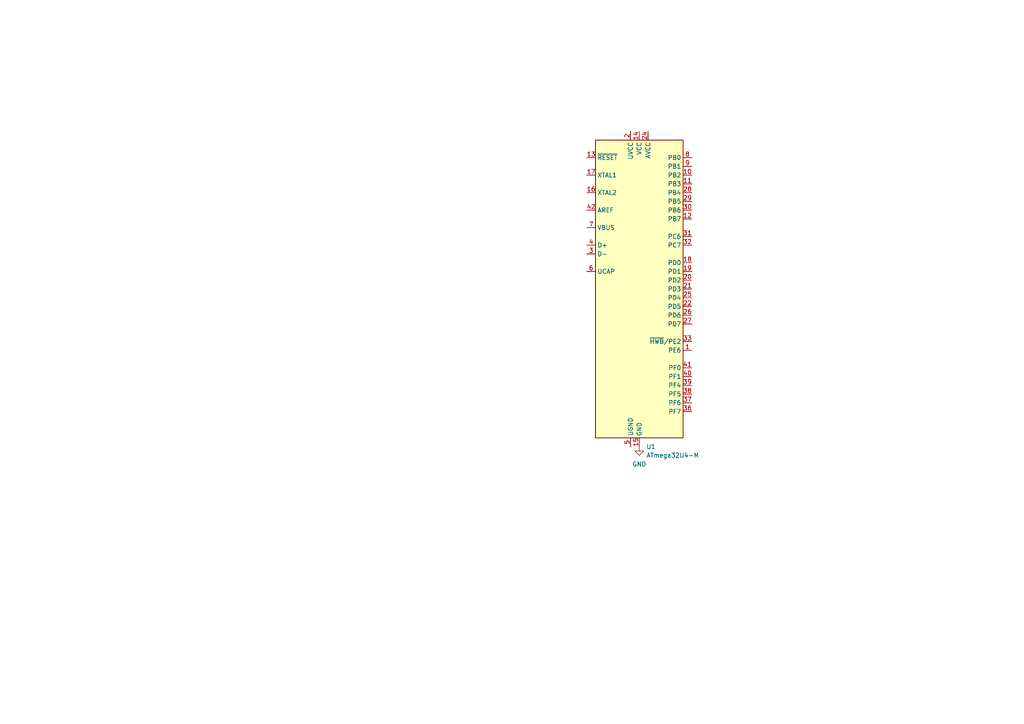
<source format=kicad_sch>
(kicad_sch (version 20211123) (generator eeschema)
  (paper "A4")
  (lib_symbols
    (symbol "MCU_Microchip_ATmega:ATmega32U4-M"
      (property "Reference" "U" (at -12.7 44.45 0))
      (property "Value" "ATmega32U4-M" (at 2.54 -44.45 0))
      (symbol "ATmega32U4-M_0_1"
        (rectangle (start -12.7 -43.18) (end 12.7 43.18) (stroke (width 0.254)) (fill (type background)))
      )
      (symbol "ATmega32U4-M_1_1"
        (pin bidirectional line (at 15.24 -17.78 180) (length 2.54) (name "PE6") (number "1"))
        (pin bidirectional line (at 15.24 33.02 180) (length 2.54) (name "PB2") (number "10"))
        (pin bidirectional line (at 15.24 30.48 180) (length 2.54) (name "PB3") (number "11"))
        (pin bidirectional line (at 15.24 20.32 180) (length 2.54) (name "PB7") (number "12"))
        (pin input line (at -15.24 38.1 0) (length 2.54) (name "~{RESET}") (number "13"))
        (pin power_in line (at 0 45.72 270) (length 2.54) (name "VCC") (number "14"))
        (pin power_in line (at 0 -45.72 90) (length 2.54) (name "GND") (number "15"))
        (pin output line (at -15.24 27.94 0) (length 2.54) (name "XTAL2") (number "16"))
        (pin input line (at -15.24 33.02 0) (length 2.54) (name "XTAL1") (number "17"))
        (pin bidirectional line (at 15.24 7.62 180) (length 2.54) (name "PD0") (number "18"))
        (pin bidirectional line (at 15.24 5.08 180) (length 2.54) (name "PD1") (number "19"))
        (pin power_in line (at -2.54 45.72 270) (length 2.54) (name "UVCC") (number "2"))
        (pin bidirectional line (at 15.24 2.54 180) (length 2.54) (name "PD2") (number "20"))
        (pin bidirectional line (at 15.24 0 180) (length 2.54) (name "PD3") (number "21"))
        (pin bidirectional line (at 15.24 -5.08 180) (length 2.54) (name "PD5") (number "22"))
        (pin passive line (at 0 -45.72 90) (length 2.54) hide (name "GND") (number "23"))
        (pin power_in line (at 2.54 45.72 270) (length 2.54) (name "AVCC") (number "24"))
        (pin bidirectional line (at 15.24 -2.54 180) (length 2.54) (name "PD4") (number "25"))
        (pin bidirectional line (at 15.24 -7.62 180) (length 2.54) (name "PD6") (number "26"))
        (pin bidirectional line (at 15.24 -10.16 180) (length 2.54) (name "PD7") (number "27"))
        (pin bidirectional line (at 15.24 27.94 180) (length 2.54) (name "PB4") (number "28"))
        (pin bidirectional line (at 15.24 25.4 180) (length 2.54) (name "PB5") (number "29"))
        (pin bidirectional line (at -15.24 10.16 0) (length 2.54) (name "D-") (number "3"))
        (pin bidirectional line (at 15.24 22.86 180) (length 2.54) (name "PB6") (number "30"))
        (pin bidirectional line (at 15.24 15.24 180) (length 2.54) (name "PC6") (number "31"))
        (pin bidirectional line (at 15.24 12.7 180) (length 2.54) (name "PC7") (number "32"))
        (pin bidirectional line (at 15.24 -15.24 180) (length 2.54) (name "~{HWB}/PE2") (number "33"))
        (pin passive line (at 0 45.72 270) (length 2.54) hide (name "VCC") (number "34"))
        (pin passive line (at 0 -45.72 90) (length 2.54) hide (name "GND") (number "35"))
        (pin bidirectional line (at 15.24 -35.56 180) (length 2.54) (name "PF7") (number "36"))
        (pin bidirectional line (at 15.24 -33.02 180) (length 2.54) (name "PF6") (number "37"))
        (pin bidirectional line (at 15.24 -30.48 180) (length 2.54) (name "PF5") (number "38"))
        (pin bidirectional line (at 15.24 -27.94 180) (length 2.54) (name "PF4") (number "39"))
        (pin bidirectional line (at -15.24 12.7 0) (length 2.54) (name "D+") (number "4"))
        (pin bidirectional line (at 15.24 -25.4 180) (length 2.54) (name "PF1") (number "40"))
        (pin bidirectional line (at 15.24 -22.86 180) (length 2.54) (name "PF0") (number "41"))
        (pin passive line (at -15.24 22.86 0) (length 2.54) (name "AREF") (number "42"))
        (pin passive line (at 0 -45.72 90) (length 2.54) hide (name "GND") (number "43"))
        (pin passive line (at 2.54 45.72 270) (length 2.54) hide (name "AVCC") (number "44"))
        (pin passive line (at 0 -45.72 90) (length 2.54) hide (name "GND") (number "45"))
        (pin passive line (at -2.54 -45.72 90) (length 2.54) (name "UGND") (number "5"))
        (pin passive line (at -15.24 5.08 0) (length 2.54) (name "UCAP") (number "6"))
        (pin input line (at -15.24 17.78 0) (length 2.54) (name "VBUS") (number "7"))
        (pin bidirectional line (at 15.24 38.1 180) (length 2.54) (name "PB0") (number "8"))
        (pin bidirectional line (at 15.24 35.56 180) (length 2.54) (name "PB1") (number "9"))
      )
    )
    (symbol "power:GND" (power) (pin_names (offset 0))
      (property "Value" "GND" (at 0 -3.81 0))
      (symbol "GND_0_1"
        (polyline (pts (xy 0 0) (xy 0 -1.27) (xy 1.27 -1.27) (xy 0 -2.54) (xy -1.27 -1.27) (xy 0 -1.27)))
      )
      (symbol "GND_1_1"
        (pin power_in line (at 0 0 270) (length 0) hide (name "GND") (number "1"))
      )
    )
  )
  (symbol (lib_id "MCU_Microchip_ATmega:ATmega32U4-M") (at 185.42 83.82 0) (unit 1)
    (property "Reference" "U1" (at 187.4394 129.54 0) (effects (justify left)))
    (property "Value" "ATmega32U4-M" (at 187.4394 132.08 0) (effects (justify left)))
    (property "Footprint" "Package_DFN_QFN:QFN-44-1EP_7x7mm_P0.5mm_EP5.2x5.2mm" (effects hide))
    (property "Datasheet" "http://ww1.microchip.com/downloads/en/DeviceDoc/Atmel-7766-8-bit-AVR-ATmega16U4-32U4_Datasheet.pdf" (effects hide))
  )
  (symbol (lib_id "power:GND") (at 185.42 129.54 0) (unit 1)
    (property "Reference" "#PWR0101" (effects hide))
    (property "Value" "GND" (at 185.42 134.62 0))
  )
)
</source>
